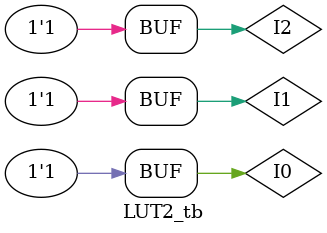
<source format=sv>
module LUT2_tb;
  logic O, O1, I0, I1, I2;
  
  // instantiating the module to map connections 4'b0101
  LUT2 #(.INIT(4'b1000)) LUT2_AND( .I0(I0), .I1(I1), .O(O) );
  LUT2 #(.INIT(4'b1110)) LUT2_OR( .I0(O), .I1(I2), .O(O1) );
  
  initial
    begin
      
      $dumpfile("dump.vcd");
      $dumpvars;
      
      
      I2 = 1'b0;
      I1 = 1'b0;
      I0 = 1'b0;

      #5
      I2 = 1'b1;
      I1 = 1'b0;
      I0 = 1'b1;    
      
      #5
      I2 = 1'b0;
      I1 = 1'b1;
      I0 = 1'b0;
      
      #5
      I2 = 1'b1;
      I1 = 1'b1;
      I0 = 1'b1;
      
      #5
      I2 = 1'b0;
      I1 = 1'b0;
      I0 = 1'b0;
      
      #5
      I2 = 1'b1;
      I1 = 1'b0;
      I0 = 1'b1;
      
      #5
      I2 = 1'b1;
      I1 = 1'b1;
      I0 = 1'b0;
      
      #5
      I2 = 1'b1;
      I1 = 1'b1;
      I0 = 1'b1;
      
      #5;
    end
  
    initial
    begin
      $display("                Tempo   Entradas LUT    Saidas");
      $display("                         IO    I1    I2     AND   OR");
      $display("                ====   ================  ==========");
      $monitor($time,"     %b      %b    %b      %b    %b", I0, I1, I2, O, O1);
    end
  
endmodule

</source>
